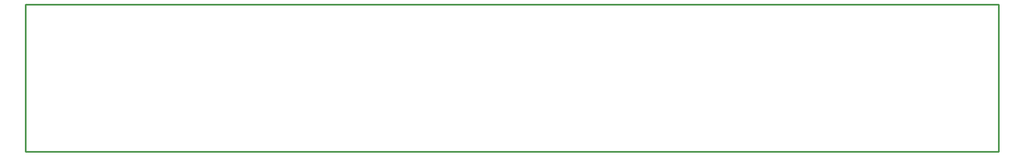
<source format=gko>
G04 EAGLE Gerber RS-274X export*
G75*
%MOMM*%
%FSLAX34Y34*%
%LPD*%
%IN*%
%IPPOS*%
%AMOC8*
5,1,8,0,0,1.08239X$1,22.5*%
G01*
%ADD10C,0.000000*%
%ADD11C,0.254000*%


D10*
X30000Y0D02*
X1520000Y0D01*
X1520000Y225000D01*
X30000Y225000D01*
X30000Y0D01*
D11*
X30000Y0D02*
X1520000Y0D01*
X1520000Y225000D01*
X30000Y225000D01*
X30000Y0D01*
M02*

</source>
